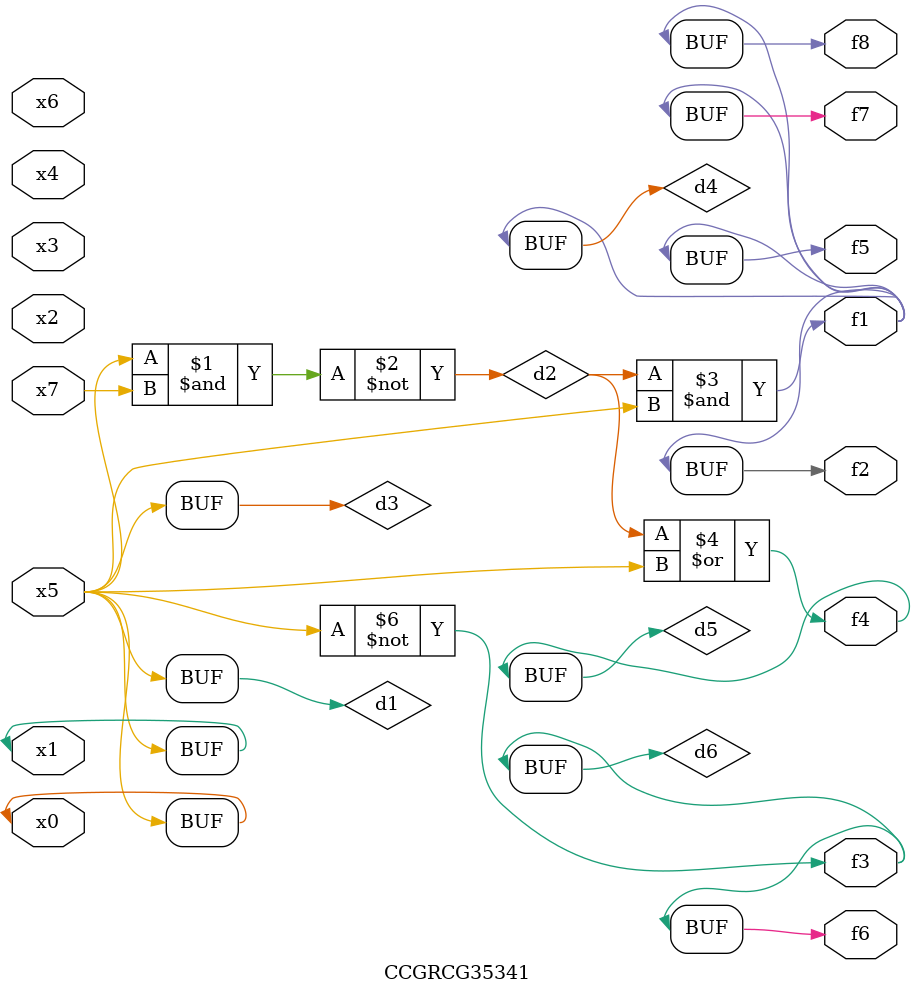
<source format=v>
module CCGRCG35341(
	input x0, x1, x2, x3, x4, x5, x6, x7,
	output f1, f2, f3, f4, f5, f6, f7, f8
);

	wire d1, d2, d3, d4, d5, d6;

	buf (d1, x0, x5);
	nand (d2, x5, x7);
	buf (d3, x0, x1);
	and (d4, d2, d3);
	or (d5, d2, d3);
	nor (d6, d1, d3);
	assign f1 = d4;
	assign f2 = d4;
	assign f3 = d6;
	assign f4 = d5;
	assign f5 = d4;
	assign f6 = d6;
	assign f7 = d4;
	assign f8 = d4;
endmodule

</source>
